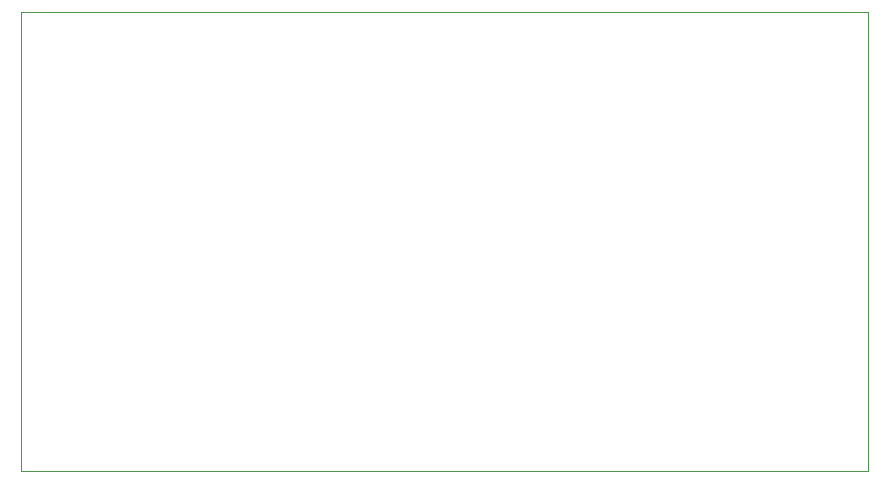
<source format=gbr>
%TF.GenerationSoftware,KiCad,Pcbnew,9.0.2*%
%TF.CreationDate,2025-07-21T18:03:53+01:00*%
%TF.ProjectId,ISOLATION,49534f4c-4154-4494-9f4e-2e6b69636164,rev?*%
%TF.SameCoordinates,Original*%
%TF.FileFunction,Profile,NP*%
%FSLAX46Y46*%
G04 Gerber Fmt 4.6, Leading zero omitted, Abs format (unit mm)*
G04 Created by KiCad (PCBNEW 9.0.2) date 2025-07-21 18:03:53*
%MOMM*%
%LPD*%
G01*
G04 APERTURE LIST*
%TA.AperFunction,Profile*%
%ADD10C,0.050000*%
%TD*%
G04 APERTURE END LIST*
D10*
X115470000Y-70080000D02*
X187130000Y-70080000D01*
X187130000Y-109000000D01*
X115470000Y-109000000D01*
X115470000Y-70080000D01*
M02*

</source>
